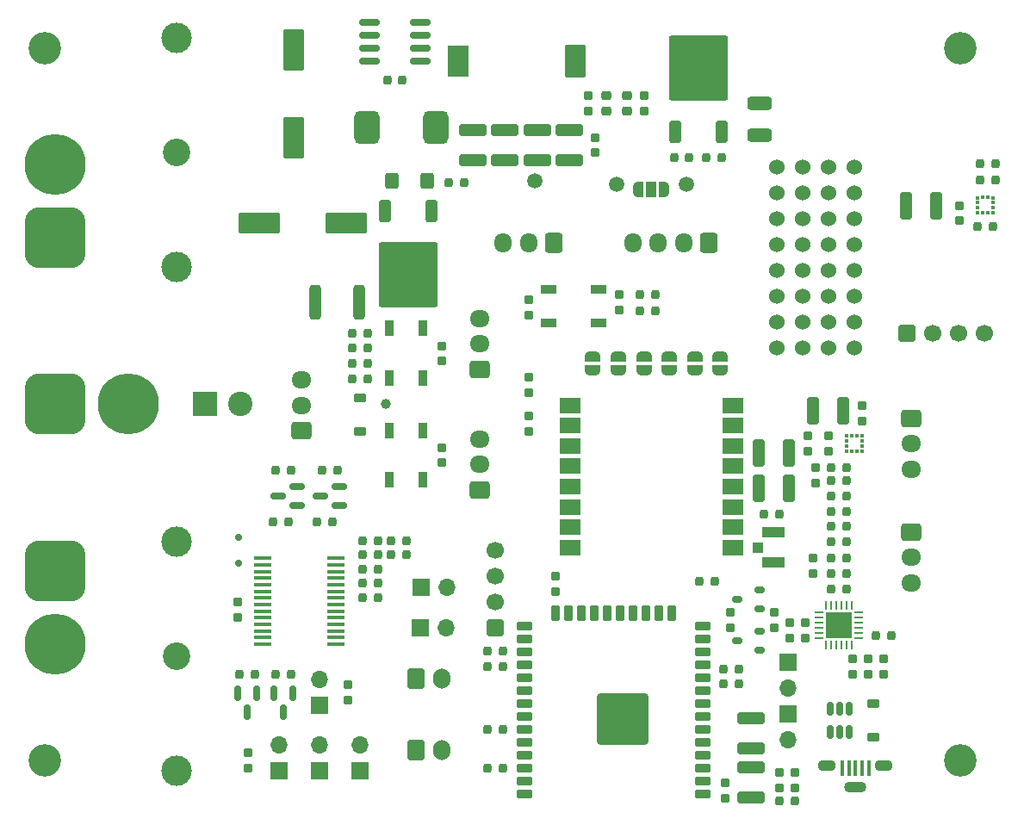
<source format=gbr>
%TF.GenerationSoftware,KiCad,Pcbnew,7.0.6*%
%TF.CreationDate,2023-08-13T13:48:50+02:00*%
%TF.ProjectId,Nice-Buoy-V1_0,4e696365-2d42-4756-9f79-2d56315f302e,rev?*%
%TF.SameCoordinates,Original*%
%TF.FileFunction,Soldermask,Top*%
%TF.FilePolarity,Negative*%
%FSLAX46Y46*%
G04 Gerber Fmt 4.6, Leading zero omitted, Abs format (unit mm)*
G04 Created by KiCad (PCBNEW 7.0.6) date 2023-08-13 13:48:50*
%MOMM*%
%LPD*%
G01*
G04 APERTURE LIST*
G04 Aperture macros list*
%AMRoundRect*
0 Rectangle with rounded corners*
0 $1 Rounding radius*
0 $2 $3 $4 $5 $6 $7 $8 $9 X,Y pos of 4 corners*
0 Add a 4 corners polygon primitive as box body*
4,1,4,$2,$3,$4,$5,$6,$7,$8,$9,$2,$3,0*
0 Add four circle primitives for the rounded corners*
1,1,$1+$1,$2,$3*
1,1,$1+$1,$4,$5*
1,1,$1+$1,$6,$7*
1,1,$1+$1,$8,$9*
0 Add four rect primitives between the rounded corners*
20,1,$1+$1,$2,$3,$4,$5,0*
20,1,$1+$1,$4,$5,$6,$7,0*
20,1,$1+$1,$6,$7,$8,$9,0*
20,1,$1+$1,$8,$9,$2,$3,0*%
%AMFreePoly0*
4,1,19,0.500000,-0.750000,0.000000,-0.750000,0.000000,-0.744911,-0.071157,-0.744911,-0.207708,-0.704816,-0.327430,-0.627875,-0.420627,-0.520320,-0.479746,-0.390866,-0.500000,-0.250000,-0.500000,0.250000,-0.479746,0.390866,-0.420627,0.520320,-0.327430,0.627875,-0.207708,0.704816,-0.071157,0.744911,0.000000,0.744911,0.000000,0.750000,0.500000,0.750000,0.500000,-0.750000,0.500000,-0.750000,
$1*%
%AMFreePoly1*
4,1,19,0.000000,0.744911,0.071157,0.744911,0.207708,0.704816,0.327430,0.627875,0.420627,0.520320,0.479746,0.390866,0.500000,0.250000,0.500000,-0.250000,0.479746,-0.390866,0.420627,-0.520320,0.327430,-0.627875,0.207708,-0.704816,0.071157,-0.744911,0.000000,-0.744911,0.000000,-0.750000,-0.500000,-0.750000,-0.500000,0.750000,0.000000,0.750000,0.000000,0.744911,0.000000,0.744911,
$1*%
%AMFreePoly2*
4,1,19,0.550000,-0.750000,0.000000,-0.750000,0.000000,-0.744911,-0.071157,-0.744911,-0.207708,-0.704816,-0.327430,-0.627875,-0.420627,-0.520320,-0.479746,-0.390866,-0.500000,-0.250000,-0.500000,0.250000,-0.479746,0.390866,-0.420627,0.520320,-0.327430,0.627875,-0.207708,0.704816,-0.071157,0.744911,0.000000,0.744911,0.000000,0.750000,0.550000,0.750000,0.550000,-0.750000,0.550000,-0.750000,
$1*%
%AMFreePoly3*
4,1,19,0.000000,0.744911,0.071157,0.744911,0.207708,0.704816,0.327430,0.627875,0.420627,0.520320,0.479746,0.390866,0.500000,0.250000,0.500000,-0.250000,0.479746,-0.390866,0.420627,-0.520320,0.327430,-0.627875,0.207708,-0.704816,0.071157,-0.744911,0.000000,-0.744911,0.000000,-0.750000,-0.550000,-0.750000,-0.550000,0.750000,0.000000,0.750000,0.000000,0.744911,0.000000,0.744911,
$1*%
G04 Aperture macros list end*
%ADD10RoundRect,0.200000X-0.200000X-0.250000X0.200000X-0.250000X0.200000X0.250000X-0.200000X0.250000X0*%
%ADD11RoundRect,0.200000X-0.250000X0.200000X-0.250000X-0.200000X0.250000X-0.200000X0.250000X0.200000X0*%
%ADD12O,1.950000X1.700000*%
%ADD13RoundRect,0.250000X-0.725000X0.600000X-0.725000X-0.600000X0.725000X-0.600000X0.725000X0.600000X0*%
%ADD14RoundRect,0.200000X0.200000X0.250000X-0.200000X0.250000X-0.200000X-0.250000X0.200000X-0.250000X0*%
%ADD15C,0.700000*%
%ADD16RoundRect,0.225000X-0.375000X0.225000X-0.375000X-0.225000X0.375000X-0.225000X0.375000X0.225000X0*%
%ADD17RoundRect,0.250000X1.800000X0.800000X-1.800000X0.800000X-1.800000X-0.800000X1.800000X-0.800000X0*%
%ADD18FreePoly0,270.000000*%
%ADD19FreePoly1,270.000000*%
%ADD20C,1.000000*%
%ADD21RoundRect,1.500000X1.500000X-1.500000X1.500000X1.500000X-1.500000X1.500000X-1.500000X-1.500000X0*%
%ADD22C,6.000000*%
%ADD23R,1.700000X1.700000*%
%ADD24O,1.700000X1.700000*%
%ADD25RoundRect,0.200000X0.250000X-0.200000X0.250000X0.200000X-0.250000X0.200000X-0.250000X-0.200000X0*%
%ADD26RoundRect,0.250000X-0.325000X-1.100000X0.325000X-1.100000X0.325000X1.100000X-0.325000X1.100000X0*%
%ADD27R,0.900000X1.500000*%
%ADD28RoundRect,0.250000X0.725000X-0.600000X0.725000X0.600000X-0.725000X0.600000X-0.725000X-0.600000X0*%
%ADD29RoundRect,0.250000X0.800000X-1.800000X0.800000X1.800000X-0.800000X1.800000X-0.800000X-1.800000X0*%
%ADD30R,2.000000X1.500000*%
%ADD31C,1.524000*%
%ADD32RoundRect,0.206250X0.618750X-0.618750X0.618750X0.618750X-0.618750X0.618750X-0.618750X-0.618750X0*%
%ADD33C,1.700000*%
%ADD34RoundRect,0.210000X-0.840000X-1.340000X0.840000X-1.340000X0.840000X1.340000X-0.840000X1.340000X0*%
%ADD35RoundRect,0.210000X-0.840000X-1.390000X0.840000X-1.390000X0.840000X1.390000X-0.840000X1.390000X0*%
%ADD36RoundRect,0.150000X0.587500X0.150000X-0.587500X0.150000X-0.587500X-0.150000X0.587500X-0.150000X0*%
%ADD37RoundRect,1.500000X-1.500000X-1.500000X1.500000X-1.500000X1.500000X1.500000X-1.500000X1.500000X0*%
%ADD38RoundRect,0.150000X-0.150000X0.512500X-0.150000X-0.512500X0.150000X-0.512500X0.150000X0.512500X0*%
%ADD39C,3.200000*%
%ADD40RoundRect,1.500000X-1.500000X1.500000X-1.500000X-1.500000X1.500000X-1.500000X1.500000X1.500000X0*%
%ADD41C,1.500000*%
%ADD42RoundRect,0.218750X-0.256250X0.218750X-0.256250X-0.218750X0.256250X-0.218750X0.256250X0.218750X0*%
%ADD43RoundRect,0.250000X-1.100000X0.325000X-1.100000X-0.325000X1.100000X-0.325000X1.100000X0.325000X0*%
%ADD44RoundRect,0.250000X0.350000X-0.850000X0.350000X0.850000X-0.350000X0.850000X-0.350000X-0.850000X0*%
%ADD45RoundRect,0.249997X2.650003X-2.950003X2.650003X2.950003X-2.650003X2.950003X-2.650003X-2.950003X0*%
%ADD46C,2.700000*%
%ADD47C,3.000000*%
%ADD48R,1.500000X0.900000*%
%ADD49RoundRect,0.225000X0.375000X-0.225000X0.375000X0.225000X-0.375000X0.225000X-0.375000X-0.225000X0*%
%ADD50RoundRect,0.250000X0.325000X1.100000X-0.325000X1.100000X-0.325000X-1.100000X0.325000X-1.100000X0*%
%ADD51RoundRect,0.250000X-0.350000X0.850000X-0.350000X-0.850000X0.350000X-0.850000X0.350000X0.850000X0*%
%ADD52RoundRect,0.249997X-2.650003X2.950003X-2.650003X-2.950003X2.650003X-2.950003X2.650003X2.950003X0*%
%ADD53RoundRect,0.250000X-0.400000X-0.550000X0.400000X-0.550000X0.400000X0.550000X-0.400000X0.550000X0*%
%ADD54RoundRect,0.250000X0.600000X0.725000X-0.600000X0.725000X-0.600000X-0.725000X0.600000X-0.725000X0*%
%ADD55O,1.700000X1.950000*%
%ADD56RoundRect,0.250000X0.925000X-0.400000X0.925000X0.400000X-0.925000X0.400000X-0.925000X-0.400000X0*%
%ADD57RoundRect,0.062500X0.062500X-0.350000X0.062500X0.350000X-0.062500X0.350000X-0.062500X-0.350000X0*%
%ADD58RoundRect,0.062500X0.350000X-0.062500X0.350000X0.062500X-0.350000X0.062500X-0.350000X-0.062500X0*%
%ADD59R,2.600000X2.600000*%
%ADD60RoundRect,0.175000X0.325000X0.175000X-0.325000X0.175000X-0.325000X-0.175000X0.325000X-0.175000X0*%
%ADD61RoundRect,0.150000X-0.150000X0.587500X-0.150000X-0.587500X0.150000X-0.587500X0.150000X0.587500X0*%
%ADD62RoundRect,0.625000X0.625000X1.025000X-0.625000X1.025000X-0.625000X-1.025000X0.625000X-1.025000X0*%
%ADD63RoundRect,0.206250X-0.618750X-0.618750X0.618750X-0.618750X0.618750X0.618750X-0.618750X0.618750X0*%
%ADD64R,1.750000X0.450000*%
%ADD65R,2.400000X2.400000*%
%ADD66C,2.400000*%
%ADD67R,0.350000X0.375000*%
%ADD68R,0.375000X0.350000*%
%ADD69FreePoly2,0.000000*%
%ADD70R,1.000000X1.500000*%
%ADD71FreePoly3,0.000000*%
%ADD72R,1.050000X1.000000*%
%ADD73R,2.200000X1.050000*%
%ADD74R,0.450000X1.500000*%
%ADD75O,1.800000X1.100000*%
%ADD76O,2.200000X1.100000*%
%ADD77RoundRect,0.150000X0.825000X0.150000X-0.825000X0.150000X-0.825000X-0.150000X0.825000X-0.150000X0*%
%ADD78RoundRect,0.250000X-0.600000X-0.750000X0.600000X-0.750000X0.600000X0.750000X-0.600000X0.750000X0*%
%ADD79O,1.700000X2.000000*%
%ADD80RoundRect,0.250000X-0.312500X-1.450000X0.312500X-1.450000X0.312500X1.450000X-0.312500X1.450000X0*%
%ADD81RoundRect,0.250000X1.100000X-0.325000X1.100000X0.325000X-1.100000X0.325000X-1.100000X-0.325000X0*%
%ADD82RoundRect,0.250000X2.250000X2.250000X-2.250000X2.250000X-2.250000X-2.250000X2.250000X-2.250000X0*%
%ADD83RoundRect,0.225000X0.525000X0.225000X-0.525000X0.225000X-0.525000X-0.225000X0.525000X-0.225000X0*%
%ADD84RoundRect,0.225000X-0.225000X0.525000X-0.225000X-0.525000X0.225000X-0.525000X0.225000X0.525000X0*%
G04 APERTURE END LIST*
D10*
%TO.C,R114*%
X126806000Y-90498000D03*
X128306000Y-90498000D03*
%TD*%
%TO.C,R113*%
X126818000Y-81608000D03*
X128318000Y-81608000D03*
%TD*%
D11*
%TO.C,C114*%
X125028000Y-90510000D03*
X125028000Y-92010000D03*
%TD*%
%TO.C,C113*%
X125282000Y-81620000D03*
X125282000Y-83120000D03*
%TD*%
D12*
%TO.C,J105*%
X134680000Y-92958000D03*
X134680000Y-90458000D03*
D13*
X134680000Y-87958000D03*
%TD*%
D12*
%TO.C,J104*%
X134680000Y-81782000D03*
X134680000Y-79282000D03*
D13*
X134680000Y-76782000D03*
%TD*%
D10*
%TO.C,R120*%
X126818000Y-92022000D03*
X128318000Y-92022000D03*
%TD*%
D14*
%TO.C,R119*%
X128318000Y-85926000D03*
X126818000Y-85926000D03*
%TD*%
D11*
%TO.C,C803*%
X126552000Y-78523000D03*
X126552000Y-80023000D03*
%TD*%
D15*
%TO.C,TP702*%
X68538400Y-88466000D03*
%TD*%
D11*
%TO.C,C108*%
X116392000Y-112608000D03*
X116392000Y-114108000D03*
%TD*%
D16*
%TO.C,D101*%
X130970000Y-104850000D03*
X130970000Y-108150000D03*
%TD*%
D17*
%TO.C,C201*%
X79186000Y-57536000D03*
X70586000Y-57536000D03*
%TD*%
D18*
%TO.C,JP604*%
X115904000Y-70732000D03*
D19*
X115904000Y-72032000D03*
%TD*%
D20*
%TO.C,TP701*%
X83010000Y-75390000D03*
%TD*%
D21*
%TO.C,J202*%
X50510000Y-58990000D03*
D22*
X50510000Y-51790000D03*
%TD*%
D23*
%TO.C,J708*%
X72510000Y-111390000D03*
D24*
X72510000Y-108850000D03*
%TD*%
D10*
%TO.C,R111*%
X93036000Y-99642000D03*
X94536000Y-99642000D03*
%TD*%
D25*
%TO.C,R104*%
X123250000Y-113092000D03*
X123250000Y-111592000D03*
%TD*%
D10*
%TO.C,R110*%
X93036000Y-111173600D03*
X94536000Y-111173600D03*
%TD*%
%TO.C,C303*%
X141247000Y-57935200D03*
X142747000Y-57935200D03*
%TD*%
D26*
%TO.C,C802*%
X125077000Y-76020000D03*
X128027000Y-76020000D03*
%TD*%
D27*
%TO.C,D103*%
X86660000Y-77940000D03*
X83360000Y-77940000D03*
X83360000Y-82840000D03*
X86660000Y-82840000D03*
%TD*%
D28*
%TO.C,J402*%
X92245000Y-83814000D03*
D12*
X92245000Y-81314000D03*
X92245000Y-78814000D03*
%TD*%
D29*
%TO.C,C202*%
X73969000Y-49196000D03*
X73969000Y-40596000D03*
%TD*%
D26*
%TO.C,C602*%
X119743000Y-83640000D03*
X122693000Y-83640000D03*
%TD*%
D10*
%TO.C,R109*%
X93036000Y-107389000D03*
X94536000Y-107389000D03*
%TD*%
%TO.C,R705*%
X80760000Y-91590000D03*
X82260000Y-91590000D03*
%TD*%
D30*
%TO.C,U601*%
X117154000Y-89482000D03*
X117154000Y-87482000D03*
X117154000Y-85482000D03*
X117154000Y-83482000D03*
X117154000Y-81482000D03*
X117154000Y-79482000D03*
X117154000Y-77482000D03*
X117154000Y-75482000D03*
X101154000Y-75482000D03*
X101154000Y-77482000D03*
X101154000Y-79482000D03*
X101154000Y-81482000D03*
X101154000Y-83482000D03*
X101154000Y-85482000D03*
X101154000Y-87482000D03*
X101154000Y-89482000D03*
%TD*%
D31*
%TO.C,TP1*%
X121450000Y-52080000D03*
X123990000Y-52080000D03*
X126530000Y-52080000D03*
X129070000Y-52080000D03*
X121450000Y-54620000D03*
X123990000Y-54620000D03*
X126530000Y-54620000D03*
X129070000Y-54620000D03*
X121450000Y-57160000D03*
X123990000Y-57160000D03*
X126530000Y-57160000D03*
X129070000Y-57160000D03*
X121450000Y-59700000D03*
X123990000Y-59700000D03*
X126530000Y-59700000D03*
X129070000Y-59700000D03*
%TD*%
D32*
%TO.C,J901*%
X93786000Y-97356000D03*
D33*
X93786000Y-94816000D03*
X93786000Y-92276000D03*
X93786000Y-89736000D03*
%TD*%
D10*
%TO.C,R701*%
X80760000Y-90190000D03*
X82260000Y-90190000D03*
%TD*%
%TO.C,R112*%
X93036000Y-101166000D03*
X94536000Y-101166000D03*
%TD*%
D28*
%TO.C,J709*%
X74760000Y-78012000D03*
D12*
X74760000Y-75512000D03*
X74760000Y-73012000D03*
%TD*%
D34*
%TO.C,L201*%
X90139000Y-41656000D03*
D35*
X101639000Y-41656000D03*
%TD*%
D25*
%TO.C,C801*%
X129854000Y-77024000D03*
X129854000Y-75524000D03*
%TD*%
D10*
%TO.C,R118*%
X128306000Y-82878000D03*
X126806000Y-82878000D03*
%TD*%
D36*
%TO.C,Q702*%
X74325000Y-85352000D03*
X74325000Y-83452000D03*
X72450000Y-84402000D03*
%TD*%
D11*
%TO.C,R121*%
X97088000Y-65110000D03*
X97088000Y-66610000D03*
%TD*%
D37*
%TO.C,J201*%
X50510000Y-75390000D03*
D22*
X57710000Y-75390000D03*
%TD*%
D38*
%TO.C,U101*%
X128618000Y-105362500D03*
X127668000Y-105362500D03*
X126718000Y-105362500D03*
X126718000Y-107637500D03*
X127668000Y-107637500D03*
X128618000Y-107637500D03*
%TD*%
D39*
%TO.C,H1003*%
X49510000Y-110390000D03*
%TD*%
D18*
%TO.C,JP602*%
X110904000Y-70732000D03*
D19*
X110904000Y-72032000D03*
%TD*%
D40*
%TO.C,J203*%
X50510000Y-91790000D03*
D22*
X50510000Y-98990000D03*
%TD*%
D41*
%TO.C,TP202*%
X112582000Y-53795000D03*
%TD*%
D36*
%TO.C,Q703*%
X78467500Y-85352000D03*
X78467500Y-83452000D03*
X76592500Y-84402000D03*
%TD*%
D10*
%TO.C,D702*%
X83560000Y-88790000D03*
X85060000Y-88790000D03*
%TD*%
D42*
%TO.C,D202*%
X104729000Y-45018500D03*
X104729000Y-46593500D03*
%TD*%
D10*
%TO.C,C603*%
X113864000Y-92784000D03*
X115364000Y-92784000D03*
%TD*%
D39*
%TO.C,H1001*%
X49510000Y-40390000D03*
%TD*%
D43*
%TO.C,C208*%
X101089000Y-48436000D03*
X101089000Y-51386000D03*
%TD*%
D14*
%TO.C,C702*%
X121714000Y-86180000D03*
X120214000Y-86180000D03*
%TD*%
D44*
%TO.C,U201*%
X111503000Y-48641000D03*
D45*
X113783000Y-42341000D03*
D44*
X116063000Y-48641000D03*
%TD*%
D46*
%TO.C,F201*%
X62510000Y-50640000D03*
D47*
X62510000Y-39390000D03*
X62510000Y-61890000D03*
%TD*%
D25*
%TO.C,R401*%
X97088000Y-74242000D03*
X97088000Y-72742000D03*
%TD*%
D48*
%TO.C,D105*%
X99083000Y-64083000D03*
X99083000Y-67383000D03*
X103983000Y-67383000D03*
X103983000Y-64083000D03*
%TD*%
D11*
%TO.C,C112*%
X88510000Y-79640000D03*
X88510000Y-81140000D03*
%TD*%
D49*
%TO.C,D703*%
X80510000Y-78040000D03*
X80510000Y-74740000D03*
%TD*%
D23*
%TO.C,SW101*%
X122615000Y-100785000D03*
D24*
X122615000Y-103325000D03*
%TD*%
D18*
%TO.C,JP603*%
X113404000Y-70732000D03*
D19*
X113404000Y-72032000D03*
%TD*%
D11*
%TO.C,R711*%
X69510000Y-109640000D03*
X69510000Y-111140000D03*
%TD*%
D14*
%TO.C,R716*%
X81260000Y-71390000D03*
X79760000Y-71390000D03*
%TD*%
D50*
%TO.C,C302*%
X137172800Y-55852400D03*
X134222800Y-55852400D03*
%TD*%
D27*
%TO.C,D104*%
X86660000Y-67940000D03*
X83360000Y-67940000D03*
X83360000Y-72840000D03*
X86660000Y-72840000D03*
%TD*%
D14*
%TO.C,R706*%
X73708000Y-101928000D03*
X72208000Y-101928000D03*
%TD*%
D25*
%TO.C,R203*%
X108479000Y-46556000D03*
X108479000Y-45056000D03*
%TD*%
D26*
%TO.C,C601*%
X119743000Y-80140000D03*
X122693000Y-80140000D03*
%TD*%
D11*
%TO.C,C211*%
X103629000Y-49161000D03*
X103629000Y-50661000D03*
%TD*%
%TO.C,R103*%
X99755000Y-92288000D03*
X99755000Y-93788000D03*
%TD*%
D51*
%TO.C,Q201*%
X87540000Y-56356000D03*
D52*
X85260000Y-62656000D03*
D51*
X82980000Y-56356000D03*
%TD*%
D23*
%TO.C,J702*%
X86445000Y-97390000D03*
D24*
X88985000Y-97390000D03*
%TD*%
D14*
%TO.C,R115*%
X128306000Y-87414000D03*
X126806000Y-87414000D03*
%TD*%
D41*
%TO.C,TP201*%
X97723000Y-53414000D03*
%TD*%
D14*
%TO.C,D102*%
X117760000Y-101390000D03*
X116260000Y-101390000D03*
%TD*%
D53*
%TO.C,D201*%
X83610000Y-53390000D03*
X87110000Y-53390000D03*
%TD*%
D41*
%TO.C,TP203*%
X105724000Y-53795000D03*
%TD*%
D39*
%TO.C,H1002*%
X139510000Y-40390000D03*
%TD*%
D23*
%TO.C,J706*%
X80510000Y-111390000D03*
D24*
X80510000Y-108850000D03*
%TD*%
D18*
%TO.C,JP606*%
X105904000Y-70732000D03*
D19*
X105904000Y-72032000D03*
%TD*%
D54*
%TO.C,J103*%
X99588000Y-59527000D03*
D55*
X97088000Y-59527000D03*
X94588000Y-59527000D03*
%TD*%
D10*
%TO.C,R703*%
X80760000Y-94390000D03*
X82260000Y-94390000D03*
%TD*%
%TO.C,R108*%
X116260000Y-102890000D03*
X117760000Y-102890000D03*
%TD*%
D14*
%TO.C,C205*%
X116063000Y-51181000D03*
X114563000Y-51181000D03*
%TD*%
D28*
%TO.C,J401*%
X92245000Y-71956000D03*
D12*
X92245000Y-69456000D03*
X92245000Y-66956000D03*
%TD*%
D43*
%TO.C,C207*%
X91564000Y-48436000D03*
X91564000Y-51386000D03*
%TD*%
D14*
%TO.C,R714*%
X81260000Y-69890000D03*
X79760000Y-69890000D03*
%TD*%
D18*
%TO.C,JP605*%
X103404000Y-70732000D03*
D19*
X103404000Y-72032000D03*
%TD*%
D56*
%TO.C,C206*%
X119758000Y-48921000D03*
X119758000Y-45821000D03*
%TD*%
D14*
%TO.C,R713*%
X78280000Y-81862000D03*
X76780000Y-81862000D03*
%TD*%
D23*
%TO.C,J705*%
X76510000Y-111390000D03*
D24*
X76510000Y-108850000D03*
%TD*%
D11*
%TO.C,C304*%
X139408000Y-55841200D03*
X139408000Y-57341200D03*
%TD*%
D57*
%TO.C,U102*%
X126306000Y-99039500D03*
X126806000Y-99039500D03*
X127306000Y-99039500D03*
X127806000Y-99039500D03*
X128306000Y-99039500D03*
X128806000Y-99039500D03*
D58*
X129493500Y-98352000D03*
X129493500Y-97852000D03*
X129493500Y-97352000D03*
X129493500Y-96852000D03*
X129493500Y-96352000D03*
X129493500Y-95852000D03*
D57*
X128806000Y-95164500D03*
X128306000Y-95164500D03*
X127806000Y-95164500D03*
X127306000Y-95164500D03*
X126806000Y-95164500D03*
X126306000Y-95164500D03*
D58*
X125618500Y-95852000D03*
X125618500Y-96352000D03*
X125618500Y-96852000D03*
X125618500Y-97352000D03*
X125618500Y-97852000D03*
X125618500Y-98352000D03*
D59*
X127556000Y-97102000D03*
%TD*%
D10*
%TO.C,R710*%
X68652000Y-101928000D03*
X70152000Y-101928000D03*
%TD*%
D42*
%TO.C,D203*%
X106729000Y-45018500D03*
X106729000Y-46593500D03*
%TD*%
D60*
%TO.C,Q102*%
X119778000Y-99576000D03*
X119778000Y-97676000D03*
X117578000Y-98626000D03*
%TD*%
D14*
%TO.C,R201*%
X90760000Y-53556000D03*
X89260000Y-53556000D03*
%TD*%
D61*
%TO.C,Q701*%
X73908000Y-103784500D03*
X72008000Y-103784500D03*
X72958000Y-105659500D03*
%TD*%
D25*
%TO.C,C102*%
X128938000Y-101916000D03*
X128938000Y-100416000D03*
%TD*%
D11*
%TO.C,R402*%
X97088000Y-76540000D03*
X97088000Y-78040000D03*
%TD*%
D10*
%TO.C,R116*%
X126806000Y-88938000D03*
X128306000Y-88938000D03*
%TD*%
%TO.C,R707*%
X71966000Y-86942000D03*
X73466000Y-86942000D03*
%TD*%
D62*
%TO.C,D204*%
X87979000Y-48196000D03*
X81179000Y-48196000D03*
%TD*%
D10*
%TO.C,R702*%
X80760000Y-88790000D03*
X82260000Y-88790000D03*
%TD*%
D63*
%TO.C,J102*%
X134273600Y-68400000D03*
D33*
X136813600Y-68400000D03*
X139353600Y-68400000D03*
X141893600Y-68400000D03*
%TD*%
D64*
%TO.C,U701*%
X70910000Y-90540000D03*
X70910000Y-91190000D03*
X70910000Y-91840000D03*
X70910000Y-92490000D03*
X70910000Y-93140000D03*
X70910000Y-93790000D03*
X70910000Y-94440000D03*
X70910000Y-95090000D03*
X70910000Y-95740000D03*
X70910000Y-96390000D03*
X70910000Y-97040000D03*
X70910000Y-97690000D03*
X70910000Y-98340000D03*
X70910000Y-98990000D03*
X78110000Y-98990000D03*
X78110000Y-98340000D03*
X78110000Y-97690000D03*
X78110000Y-97040000D03*
X78110000Y-96390000D03*
X78110000Y-95740000D03*
X78110000Y-95090000D03*
X78110000Y-94440000D03*
X78110000Y-93790000D03*
X78110000Y-93140000D03*
X78110000Y-92490000D03*
X78110000Y-91840000D03*
X78110000Y-91190000D03*
X78110000Y-90540000D03*
%TD*%
D43*
%TO.C,C209*%
X97914000Y-48436000D03*
X97914000Y-51386000D03*
%TD*%
D65*
%TO.C,SW201*%
X65260000Y-75390000D03*
D66*
X68760000Y-75390000D03*
%TD*%
D14*
%TO.C,C502*%
X109510000Y-66233500D03*
X108010000Y-66233500D03*
%TD*%
D67*
%TO.C,U801*%
X128842000Y-78510500D03*
X129342000Y-78510500D03*
D68*
X129854500Y-78523000D03*
X129854500Y-79023000D03*
X129854500Y-79523000D03*
X129854500Y-80023000D03*
D67*
X129342000Y-80035500D03*
X128842000Y-80035500D03*
D68*
X128329500Y-80023000D03*
X128329500Y-79523000D03*
X128329500Y-79023000D03*
X128329500Y-78523000D03*
%TD*%
D23*
%TO.C,SW102*%
X122615000Y-105865000D03*
D24*
X122615000Y-108405000D03*
%TD*%
D14*
%TO.C,R117*%
X128306000Y-84402000D03*
X126806000Y-84402000D03*
%TD*%
D11*
%TO.C,C701*%
X68510000Y-94840000D03*
X68510000Y-96340000D03*
%TD*%
D10*
%TO.C,C301*%
X141489000Y-53312400D03*
X142989000Y-53312400D03*
%TD*%
D11*
%TO.C,R101*%
X116900000Y-95844000D03*
X116900000Y-97344000D03*
%TD*%
D46*
%TO.C,F202*%
X62510000Y-100140000D03*
D47*
X62510000Y-111390000D03*
X62510000Y-88890000D03*
%TD*%
D60*
%TO.C,Q101*%
X119778000Y-95512000D03*
X119778000Y-93612000D03*
X117578000Y-94562000D03*
%TD*%
D69*
%TO.C,JP501*%
X107823000Y-54303000D03*
D70*
X109123000Y-54303000D03*
D71*
X110423000Y-54303000D03*
%TD*%
D25*
%TO.C,R708*%
X79308000Y-104456000D03*
X79308000Y-102956000D03*
%TD*%
D10*
%TO.C,D701*%
X83560000Y-90190000D03*
X85060000Y-90190000D03*
%TD*%
D14*
%TO.C,C105*%
X128306000Y-93546000D03*
X126806000Y-93546000D03*
%TD*%
D11*
%TO.C,C901*%
X106010000Y-64640000D03*
X106010000Y-66140000D03*
%TD*%
D14*
%TO.C,C703*%
X81260000Y-72890000D03*
X79760000Y-72890000D03*
%TD*%
%TO.C,R712*%
X73708000Y-81862000D03*
X72208000Y-81862000D03*
%TD*%
D11*
%TO.C,C115*%
X88510000Y-69640000D03*
X88510000Y-71140000D03*
%TD*%
D10*
%TO.C,R704*%
X80760000Y-92990000D03*
X82260000Y-92990000D03*
%TD*%
D14*
%TO.C,C101*%
X132736000Y-98118000D03*
X131236000Y-98118000D03*
%TD*%
D23*
%TO.C,J703*%
X86510000Y-93390000D03*
D24*
X89050000Y-93390000D03*
%TD*%
D72*
%TO.C,J601*%
X119660000Y-89482000D03*
D73*
X121185000Y-88007000D03*
X121185000Y-90957000D03*
%TD*%
D10*
%TO.C,R709*%
X76272000Y-86942000D03*
X77772000Y-86942000D03*
%TD*%
D23*
%TO.C,J707*%
X76514000Y-104976000D03*
D24*
X76514000Y-102436000D03*
%TD*%
D10*
%TO.C,C203*%
X111388000Y-51181000D03*
X112888000Y-51181000D03*
%TD*%
D14*
%TO.C,C501*%
X109510000Y-64582500D03*
X108010000Y-64582500D03*
%TD*%
D74*
%TO.C,J101*%
X127910000Y-111140000D03*
X128560000Y-111140000D03*
X129210000Y-111140000D03*
X129860000Y-111140000D03*
X130510000Y-111140000D03*
D75*
X126410000Y-110890000D03*
D76*
X129210000Y-113040000D03*
D75*
X132010000Y-110890000D03*
%TD*%
D25*
%TO.C,C104*%
X130462000Y-101916000D03*
X130462000Y-100416000D03*
%TD*%
D11*
%TO.C,C109*%
X121726000Y-111592000D03*
X121726000Y-113092000D03*
%TD*%
D25*
%TO.C,R202*%
X102979000Y-46556000D03*
X102979000Y-45056000D03*
%TD*%
D77*
%TO.C,U202*%
X86419000Y-41656000D03*
X86419000Y-40386000D03*
X86419000Y-39116000D03*
X86419000Y-37846000D03*
X81469000Y-37846000D03*
X81469000Y-39116000D03*
X81469000Y-40386000D03*
X81469000Y-41656000D03*
%TD*%
D31*
%TO.C,TP2*%
X121450000Y-62224000D03*
X123990000Y-62224000D03*
X126530000Y-62224000D03*
X129070000Y-62224000D03*
X121450000Y-64764000D03*
X123990000Y-64764000D03*
X126530000Y-64764000D03*
X129070000Y-64764000D03*
X121450000Y-67304000D03*
X123990000Y-67304000D03*
X126530000Y-67304000D03*
X129070000Y-67304000D03*
X121450000Y-69844000D03*
X123990000Y-69844000D03*
X126530000Y-69844000D03*
X129070000Y-69844000D03*
%TD*%
D25*
%TO.C,R106*%
X122742000Y-98360000D03*
X122742000Y-96860000D03*
%TD*%
D61*
%TO.C,Q704*%
X70352000Y-103784500D03*
X68452000Y-103784500D03*
X69402000Y-105659500D03*
%TD*%
D78*
%TO.C,J701*%
X86010000Y-102390000D03*
D79*
X88510000Y-102390000D03*
%TD*%
D43*
%TO.C,C107*%
X118932000Y-111121000D03*
X118932000Y-114071000D03*
%TD*%
%TO.C,C210*%
X94739000Y-48436000D03*
X94739000Y-51386000D03*
%TD*%
D25*
%TO.C,R102*%
X121218000Y-97344000D03*
X121218000Y-95844000D03*
%TD*%
D80*
%TO.C,F203*%
X76122500Y-65390000D03*
X80397500Y-65390000D03*
%TD*%
D81*
%TO.C,C106*%
X118932000Y-109196000D03*
X118932000Y-106246000D03*
%TD*%
D25*
%TO.C,R105*%
X131986000Y-101916000D03*
X131986000Y-100416000D03*
%TD*%
D15*
%TO.C,TP703*%
X68538400Y-91006000D03*
%TD*%
D68*
%TO.C,U301*%
X141234500Y-55083200D03*
X141234500Y-55583200D03*
X141234500Y-56083200D03*
X141234500Y-56583200D03*
D67*
X141747000Y-56595700D03*
X142247000Y-56595700D03*
D68*
X142759500Y-56583200D03*
X142759500Y-56083200D03*
X142759500Y-55583200D03*
X142759500Y-55083200D03*
D67*
X142247000Y-55070700D03*
X141747000Y-55070700D03*
%TD*%
D39*
%TO.C,H1004*%
X139510000Y-110390000D03*
%TD*%
D10*
%TO.C,R715*%
X79760000Y-68390000D03*
X81260000Y-68390000D03*
%TD*%
%TO.C,C111*%
X141489000Y-51739400D03*
X142989000Y-51739400D03*
%TD*%
D11*
%TO.C,C110*%
X124520000Y-78523000D03*
X124520000Y-80023000D03*
%TD*%
D18*
%TO.C,JP601*%
X108404000Y-70732000D03*
D19*
X108404000Y-72032000D03*
%TD*%
D54*
%TO.C,J501*%
X114808000Y-59527000D03*
D55*
X112308000Y-59527000D03*
X109808000Y-59527000D03*
X107308000Y-59527000D03*
%TD*%
D14*
%TO.C,C204*%
X84694000Y-43561000D03*
X83194000Y-43561000D03*
%TD*%
D78*
%TO.C,J704*%
X86010000Y-109390000D03*
D79*
X88510000Y-109390000D03*
%TD*%
D14*
%TO.C,C103*%
X123226000Y-114374000D03*
X121726000Y-114374000D03*
%TD*%
D25*
%TO.C,R107*%
X124266000Y-98360000D03*
X124266000Y-96860000D03*
%TD*%
D82*
%TO.C,U103*%
X106320000Y-106378000D03*
D83*
X96710000Y-113723000D03*
X96710000Y-112453000D03*
X96710000Y-111183000D03*
X96710000Y-109913000D03*
X96710000Y-108643000D03*
X96710000Y-107373000D03*
X96710000Y-106103000D03*
X96710000Y-104833000D03*
X96710000Y-103563000D03*
X96710000Y-102293000D03*
X96710000Y-101023000D03*
X96710000Y-99753000D03*
X96710000Y-98483000D03*
X96710000Y-97213000D03*
D84*
X99745000Y-95963000D03*
X101015000Y-95963000D03*
X102285000Y-95963000D03*
X103555000Y-95963000D03*
X104825000Y-95963000D03*
X106095000Y-95963000D03*
X107365000Y-95963000D03*
X108635000Y-95963000D03*
X109905000Y-95963000D03*
X111175000Y-95963000D03*
D83*
X114210000Y-97213000D03*
X114210000Y-98483000D03*
X114210000Y-99753000D03*
X114210000Y-101023000D03*
X114210000Y-102293000D03*
X114210000Y-103563000D03*
X114210000Y-104833000D03*
X114210000Y-106103000D03*
X114210000Y-107373000D03*
X114210000Y-108643000D03*
X114210000Y-109913000D03*
X114210000Y-111183000D03*
X114210000Y-112453000D03*
X114210000Y-113723000D03*
%TD*%
M02*

</source>
